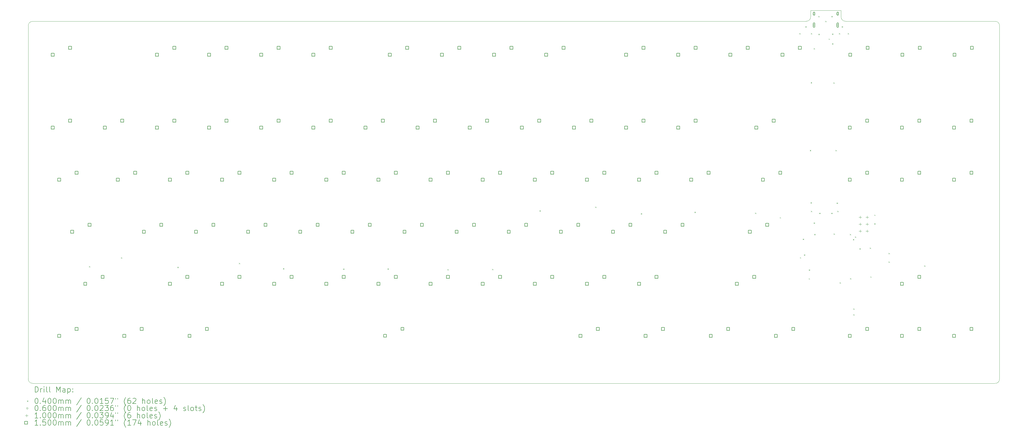
<source format=gbr>
%TF.GenerationSoftware,KiCad,Pcbnew,(6.0.10)*%
%TF.CreationDate,2023-01-05T13:22:43-05:00*%
%TF.ProjectId,2ndKeyboard,326e644b-6579-4626-9f61-72642e6b6963,rev?*%
%TF.SameCoordinates,Original*%
%TF.FileFunction,Drillmap*%
%TF.FilePolarity,Positive*%
%FSLAX45Y45*%
G04 Gerber Fmt 4.5, Leading zero omitted, Abs format (unit mm)*
G04 Created by KiCad (PCBNEW (6.0.10)) date 2023-01-05 13:22:43*
%MOMM*%
%LPD*%
G01*
G04 APERTURE LIST*
%ADD10C,0.100000*%
%ADD11C,0.200000*%
%ADD12C,0.040000*%
%ADD13C,0.060000*%
%ADD14C,0.150000*%
G04 APERTURE END LIST*
D10*
X4441251Y-2178000D02*
X32718375Y-2174875D01*
X4282501Y-2336750D02*
X4282500Y-15265747D01*
X32718375Y-2174875D02*
G75*
G03*
X32877125Y-2016125I-5J158755D01*
G01*
X32877125Y-2016125D02*
X32877125Y-1778000D01*
X4441251Y-2178001D02*
G75*
G03*
X4282501Y-2336750I9J-158759D01*
G01*
X32877125Y-1778000D02*
X33988375Y-1778000D01*
X39604000Y-15428000D02*
G75*
G03*
X39779000Y-15253000I14930J160070D01*
G01*
X4282503Y-15265747D02*
G75*
G03*
X4441250Y-15424497I158757J7D01*
G01*
X33988375Y-1778000D02*
X33988375Y-2016125D01*
X39779000Y-2333625D02*
X39779000Y-15253000D01*
X4441250Y-15424497D02*
X39604000Y-15428000D01*
X39778995Y-2333625D02*
G75*
G03*
X39620250Y-2174875I-158745J5D01*
G01*
X34147125Y-2174875D02*
X39620250Y-2174875D01*
X33988375Y-2016125D02*
G75*
G03*
X34147125Y-2174875I158745J-5D01*
G01*
D11*
D12*
X6504625Y-11132625D02*
X6544625Y-11172625D01*
X6544625Y-11132625D02*
X6504625Y-11172625D01*
X7674250Y-10814250D02*
X7714250Y-10854250D01*
X7714250Y-10814250D02*
X7674250Y-10854250D01*
X9734125Y-11162875D02*
X9774125Y-11202875D01*
X9774125Y-11162875D02*
X9734125Y-11202875D01*
X11981500Y-11017500D02*
X12021500Y-11057500D01*
X12021500Y-11017500D02*
X11981500Y-11057500D01*
X13593625Y-11212375D02*
X13633625Y-11252375D01*
X13633625Y-11212375D02*
X13593625Y-11252375D01*
X15791500Y-11223500D02*
X15831500Y-11263500D01*
X15831500Y-11223500D02*
X15791500Y-11263500D01*
X17412625Y-11221375D02*
X17452625Y-11261375D01*
X17452625Y-11221375D02*
X17412625Y-11261375D01*
X19601500Y-11247500D02*
X19641500Y-11287500D01*
X19641500Y-11247500D02*
X19601500Y-11287500D01*
X21236625Y-11235375D02*
X21276625Y-11275375D01*
X21276625Y-11235375D02*
X21236625Y-11275375D01*
X22967125Y-9092125D02*
X23007125Y-9132125D01*
X23007125Y-9092125D02*
X22967125Y-9132125D01*
X25002625Y-8961625D02*
X25042625Y-9001625D01*
X25042625Y-8961625D02*
X25002625Y-9001625D01*
X26668625Y-9200625D02*
X26708625Y-9240625D01*
X26708625Y-9200625D02*
X26668625Y-9240625D01*
X28631125Y-9143125D02*
X28671125Y-9183125D01*
X28671125Y-9143125D02*
X28631125Y-9183125D01*
X30846687Y-9177313D02*
X30886687Y-9217313D01*
X30886687Y-9177313D02*
X30846687Y-9217313D01*
X31745875Y-9343875D02*
X31785875Y-9383875D01*
X31785875Y-9343875D02*
X31745875Y-9383875D01*
X32459000Y-2608000D02*
X32499000Y-2648000D01*
X32499000Y-2608000D02*
X32459000Y-2648000D01*
X32484000Y-10808000D02*
X32524000Y-10848000D01*
X32524000Y-10808000D02*
X32484000Y-10848000D01*
X32586347Y-10130653D02*
X32626347Y-10170653D01*
X32626347Y-10130653D02*
X32586347Y-10170653D01*
X32634000Y-10708000D02*
X32674000Y-10748000D01*
X32674000Y-10708000D02*
X32634000Y-10748000D01*
X32684000Y-2358000D02*
X32724000Y-2398000D01*
X32724000Y-2358000D02*
X32684000Y-2398000D01*
X32804950Y-11578950D02*
X32844950Y-11618950D01*
X32844950Y-11578950D02*
X32804950Y-11618950D01*
X32809000Y-11258000D02*
X32849000Y-11298000D01*
X32849000Y-11258000D02*
X32809000Y-11298000D01*
X32847000Y-6882000D02*
X32887000Y-6922000D01*
X32887000Y-6882000D02*
X32847000Y-6922000D01*
X32872000Y-8795000D02*
X32912000Y-8835000D01*
X32912000Y-8795000D02*
X32872000Y-8835000D01*
X32880000Y-4406000D02*
X32920000Y-4446000D01*
X32920000Y-4406000D02*
X32880000Y-4446000D01*
X32884000Y-2608000D02*
X32924000Y-2648000D01*
X32924000Y-2608000D02*
X32884000Y-2648000D01*
X32884000Y-9108000D02*
X32924000Y-9148000D01*
X32924000Y-9108000D02*
X32884000Y-9148000D01*
X32984000Y-3158000D02*
X33024000Y-3198000D01*
X33024000Y-3158000D02*
X32984000Y-3198000D01*
X32989861Y-9538862D02*
X33029861Y-9578862D01*
X33029861Y-9538862D02*
X32989861Y-9578862D01*
X33009000Y-9958000D02*
X33049000Y-9998000D01*
X33049000Y-9958000D02*
X33009000Y-9998000D01*
X33159000Y-1983000D02*
X33199000Y-2023000D01*
X33199000Y-1983000D02*
X33159000Y-2023000D01*
X33160880Y-2634880D02*
X33200880Y-2674880D01*
X33200880Y-2634880D02*
X33160880Y-2674880D01*
X33188000Y-9183000D02*
X33228000Y-9223000D01*
X33228000Y-9183000D02*
X33188000Y-9223000D01*
X33409000Y-2158000D02*
X33449000Y-2198000D01*
X33449000Y-2158000D02*
X33409000Y-2198000D01*
X33534000Y-2808000D02*
X33574000Y-2848000D01*
X33574000Y-2808000D02*
X33534000Y-2848000D01*
X33633050Y-9183000D02*
X33673050Y-9223000D01*
X33673050Y-9183000D02*
X33633050Y-9223000D01*
X33634000Y-1983000D02*
X33674000Y-2023000D01*
X33674000Y-1983000D02*
X33634000Y-2023000D01*
X33659000Y-2983000D02*
X33699000Y-3023000D01*
X33699000Y-2983000D02*
X33659000Y-3023000D01*
X33660200Y-2624000D02*
X33700200Y-2664000D01*
X33700200Y-2624000D02*
X33660200Y-2664000D01*
X33709000Y-4414000D02*
X33749000Y-4454000D01*
X33749000Y-4414000D02*
X33709000Y-4454000D01*
X33717417Y-9941417D02*
X33757417Y-9981417D01*
X33757417Y-9941417D02*
X33717417Y-9981417D01*
X33784000Y-6883000D02*
X33824000Y-6923000D01*
X33824000Y-6883000D02*
X33784000Y-6923000D01*
X33823000Y-8810000D02*
X33863000Y-8850000D01*
X33863000Y-8810000D02*
X33823000Y-8850000D01*
X33851000Y-9111000D02*
X33891000Y-9151000D01*
X33891000Y-9111000D02*
X33851000Y-9151000D01*
X33909000Y-2608000D02*
X33949000Y-2648000D01*
X33949000Y-2608000D02*
X33909000Y-2648000D01*
X33934000Y-11729000D02*
X33974000Y-11769000D01*
X33974000Y-11729000D02*
X33934000Y-11769000D01*
X34009000Y-2358000D02*
X34049000Y-2398000D01*
X34049000Y-2358000D02*
X34009000Y-2398000D01*
X34234000Y-2608000D02*
X34274000Y-2648000D01*
X34274000Y-2608000D02*
X34234000Y-2648000D01*
X34309000Y-9958000D02*
X34349000Y-9998000D01*
X34349000Y-9958000D02*
X34309000Y-9998000D01*
X34316550Y-11575450D02*
X34356550Y-11615450D01*
X34356550Y-11575450D02*
X34316550Y-11615450D01*
X34421505Y-10142955D02*
X34461505Y-10182955D01*
X34461505Y-10142955D02*
X34421505Y-10182955D01*
X34434000Y-12683000D02*
X34474000Y-12723000D01*
X34474000Y-12683000D02*
X34434000Y-12723000D01*
X34434000Y-12896000D02*
X34474000Y-12936000D01*
X34474000Y-12896000D02*
X34434000Y-12936000D01*
X34493955Y-10051515D02*
X34533955Y-10091515D01*
X34533955Y-10051515D02*
X34493955Y-10091515D01*
X34659000Y-10483000D02*
X34699000Y-10523000D01*
X34699000Y-10483000D02*
X34659000Y-10523000D01*
X35034000Y-10458000D02*
X35074000Y-10498000D01*
X35074000Y-10458000D02*
X35034000Y-10498000D01*
X35057000Y-11512000D02*
X35097000Y-11552000D01*
X35097000Y-11512000D02*
X35057000Y-11552000D01*
X35202000Y-9250550D02*
X35242000Y-9290550D01*
X35242000Y-9250550D02*
X35202000Y-9290550D01*
X35202000Y-9571000D02*
X35242000Y-9611000D01*
X35242000Y-9571000D02*
X35202000Y-9611000D01*
X35722000Y-10649000D02*
X35762000Y-10689000D01*
X35762000Y-10649000D02*
X35722000Y-10689000D01*
X35722000Y-10967000D02*
X35762000Y-11007000D01*
X35762000Y-10967000D02*
X35722000Y-11007000D01*
X37025000Y-11112000D02*
X37065000Y-11152000D01*
X37065000Y-11112000D02*
X37025000Y-11152000D01*
D13*
X33030750Y-1897000D02*
G75*
G03*
X33030750Y-1897000I-30000J0D01*
G01*
D11*
X32970750Y-1867000D02*
X32970750Y-1927000D01*
X33030750Y-1867000D02*
X33030750Y-1927000D01*
X32970750Y-1927000D02*
G75*
G03*
X33030750Y-1927000I30000J0D01*
G01*
X33030750Y-1867000D02*
G75*
G03*
X32970750Y-1867000I-30000J0D01*
G01*
D13*
X33030750Y-2315000D02*
G75*
G03*
X33030750Y-2315000I-30000J0D01*
G01*
D11*
X32970750Y-2260000D02*
X32970750Y-2370000D01*
X33030750Y-2260000D02*
X33030750Y-2370000D01*
X32970750Y-2370000D02*
G75*
G03*
X33030750Y-2370000I30000J0D01*
G01*
X33030750Y-2260000D02*
G75*
G03*
X32970750Y-2260000I-30000J0D01*
G01*
D13*
X33894750Y-1897000D02*
G75*
G03*
X33894750Y-1897000I-30000J0D01*
G01*
D11*
X33834750Y-1867000D02*
X33834750Y-1927000D01*
X33894750Y-1867000D02*
X33894750Y-1927000D01*
X33834750Y-1927000D02*
G75*
G03*
X33894750Y-1927000I30000J0D01*
G01*
X33894750Y-1867000D02*
G75*
G03*
X33834750Y-1867000I-30000J0D01*
G01*
D13*
X33894750Y-2315000D02*
G75*
G03*
X33894750Y-2315000I-30000J0D01*
G01*
D11*
X33834750Y-2260000D02*
X33834750Y-2370000D01*
X33894750Y-2260000D02*
X33894750Y-2370000D01*
X33834750Y-2370000D02*
G75*
G03*
X33894750Y-2370000I30000J0D01*
G01*
X33894750Y-2260000D02*
G75*
G03*
X33834750Y-2260000I-30000J0D01*
G01*
D10*
X34689000Y-9293000D02*
X34689000Y-9393000D01*
X34639000Y-9343000D02*
X34739000Y-9343000D01*
X34689000Y-9547000D02*
X34689000Y-9647000D01*
X34639000Y-9597000D02*
X34739000Y-9597000D01*
X34689000Y-9801000D02*
X34689000Y-9901000D01*
X34639000Y-9851000D02*
X34739000Y-9851000D01*
X34943000Y-9293000D02*
X34943000Y-9393000D01*
X34893000Y-9343000D02*
X34993000Y-9343000D01*
X34943000Y-9547000D02*
X34943000Y-9647000D01*
X34893000Y-9597000D02*
X34993000Y-9597000D01*
X34943000Y-9801000D02*
X34943000Y-9901000D01*
X34893000Y-9851000D02*
X34993000Y-9851000D01*
D14*
X5228284Y-3450283D02*
X5228284Y-3344216D01*
X5122217Y-3344216D01*
X5122217Y-3450283D01*
X5228284Y-3450283D01*
X5228284Y-6117283D02*
X5228284Y-6011216D01*
X5122217Y-6011216D01*
X5122217Y-6117283D01*
X5228284Y-6117283D01*
X5466409Y-8022283D02*
X5466409Y-7916216D01*
X5360342Y-7916216D01*
X5360342Y-8022283D01*
X5466409Y-8022283D01*
X5466409Y-13737283D02*
X5466409Y-13631216D01*
X5360342Y-13631216D01*
X5360342Y-13737283D01*
X5466409Y-13737283D01*
X5863283Y-3196283D02*
X5863283Y-3090216D01*
X5757216Y-3090216D01*
X5757216Y-3196283D01*
X5863283Y-3196283D01*
X5863283Y-5863283D02*
X5863283Y-5757216D01*
X5757216Y-5757216D01*
X5757216Y-5863283D01*
X5863283Y-5863283D01*
X5942658Y-9927284D02*
X5942658Y-9821217D01*
X5836591Y-9821217D01*
X5836591Y-9927284D01*
X5942658Y-9927284D01*
X6101408Y-7768283D02*
X6101408Y-7662216D01*
X5995341Y-7662216D01*
X5995341Y-7768283D01*
X6101408Y-7768283D01*
X6101408Y-13483283D02*
X6101408Y-13377216D01*
X5995341Y-13377216D01*
X5995341Y-13483283D01*
X6101408Y-13483283D01*
X6419283Y-11834283D02*
X6419283Y-11728216D01*
X6313216Y-11728216D01*
X6313216Y-11834283D01*
X6419283Y-11834283D01*
X6577658Y-9673284D02*
X6577658Y-9567217D01*
X6471591Y-9567217D01*
X6471591Y-9673284D01*
X6577658Y-9673284D01*
X7054283Y-11580283D02*
X7054283Y-11474216D01*
X6948216Y-11474216D01*
X6948216Y-11580283D01*
X7054283Y-11580283D01*
X7133283Y-6117283D02*
X7133283Y-6011216D01*
X7027216Y-6011216D01*
X7027216Y-6117283D01*
X7133283Y-6117283D01*
X7609533Y-8022283D02*
X7609533Y-7916216D01*
X7503466Y-7916216D01*
X7503466Y-8022283D01*
X7609533Y-8022283D01*
X7768283Y-5863283D02*
X7768283Y-5757216D01*
X7662216Y-5757216D01*
X7662216Y-5863283D01*
X7768283Y-5863283D01*
X7847658Y-13737283D02*
X7847658Y-13631216D01*
X7741591Y-13631216D01*
X7741591Y-13737283D01*
X7847658Y-13737283D01*
X8244533Y-7768283D02*
X8244533Y-7662216D01*
X8138466Y-7662216D01*
X8138466Y-7768283D01*
X8244533Y-7768283D01*
X8482659Y-13483283D02*
X8482659Y-13377216D01*
X8376591Y-13377216D01*
X8376591Y-13483283D01*
X8482659Y-13483283D01*
X8562034Y-9927284D02*
X8562034Y-9821217D01*
X8455967Y-9821217D01*
X8455967Y-9927284D01*
X8562034Y-9927284D01*
X9038284Y-3450283D02*
X9038284Y-3344216D01*
X8932217Y-3344216D01*
X8932217Y-3450283D01*
X9038284Y-3450283D01*
X9038284Y-6117283D02*
X9038284Y-6011216D01*
X8932217Y-6011216D01*
X8932217Y-6117283D01*
X9038284Y-6117283D01*
X9197034Y-9673284D02*
X9197034Y-9567217D01*
X9090967Y-9567217D01*
X9090967Y-9673284D01*
X9197034Y-9673284D01*
X9514534Y-8022283D02*
X9514534Y-7916216D01*
X9408467Y-7916216D01*
X9408467Y-8022283D01*
X9514534Y-8022283D01*
X9514534Y-11832283D02*
X9514534Y-11726216D01*
X9408467Y-11726216D01*
X9408467Y-11832283D01*
X9514534Y-11832283D01*
X9673284Y-3196283D02*
X9673284Y-3090216D01*
X9567217Y-3090216D01*
X9567217Y-3196283D01*
X9673284Y-3196283D01*
X9673284Y-5863283D02*
X9673284Y-5757216D01*
X9567217Y-5757216D01*
X9567217Y-5863283D01*
X9673284Y-5863283D01*
X10149534Y-7768283D02*
X10149534Y-7662216D01*
X10043467Y-7662216D01*
X10043467Y-7768283D01*
X10149534Y-7768283D01*
X10149534Y-11578283D02*
X10149534Y-11472216D01*
X10043467Y-11472216D01*
X10043467Y-11578283D01*
X10149534Y-11578283D01*
X10228909Y-13737283D02*
X10228909Y-13631216D01*
X10122842Y-13631216D01*
X10122842Y-13737283D01*
X10228909Y-13737283D01*
X10467034Y-9927284D02*
X10467034Y-9821217D01*
X10360967Y-9821217D01*
X10360967Y-9927284D01*
X10467034Y-9927284D01*
X10863909Y-13483283D02*
X10863909Y-13377216D01*
X10757842Y-13377216D01*
X10757842Y-13483283D01*
X10863909Y-13483283D01*
X10943284Y-3450283D02*
X10943284Y-3344216D01*
X10837217Y-3344216D01*
X10837217Y-3450283D01*
X10943284Y-3450283D01*
X10943284Y-6117283D02*
X10943284Y-6011216D01*
X10837217Y-6011216D01*
X10837217Y-6117283D01*
X10943284Y-6117283D01*
X11102034Y-9673284D02*
X11102034Y-9567217D01*
X10995967Y-9567217D01*
X10995967Y-9673284D01*
X11102034Y-9673284D01*
X11419533Y-8022283D02*
X11419533Y-7916216D01*
X11313466Y-7916216D01*
X11313466Y-8022283D01*
X11419533Y-8022283D01*
X11419533Y-11832283D02*
X11419533Y-11726216D01*
X11313466Y-11726216D01*
X11313466Y-11832283D01*
X11419533Y-11832283D01*
X11578283Y-3196283D02*
X11578283Y-3090216D01*
X11472216Y-3090216D01*
X11472216Y-3196283D01*
X11578283Y-3196283D01*
X11578283Y-5863283D02*
X11578283Y-5757216D01*
X11472216Y-5757216D01*
X11472216Y-5863283D01*
X11578283Y-5863283D01*
X12054533Y-7768283D02*
X12054533Y-7662216D01*
X11948466Y-7662216D01*
X11948466Y-7768283D01*
X12054533Y-7768283D01*
X12054533Y-11578283D02*
X12054533Y-11472216D01*
X11948466Y-11472216D01*
X11948466Y-11578283D01*
X12054533Y-11578283D01*
X12372033Y-9927284D02*
X12372033Y-9821217D01*
X12265966Y-9821217D01*
X12265966Y-9927284D01*
X12372033Y-9927284D01*
X12848283Y-3450283D02*
X12848283Y-3344216D01*
X12742216Y-3344216D01*
X12742216Y-3450283D01*
X12848283Y-3450283D01*
X12848283Y-6117283D02*
X12848283Y-6011216D01*
X12742216Y-6011216D01*
X12742216Y-6117283D01*
X12848283Y-6117283D01*
X13007033Y-9673284D02*
X13007033Y-9567217D01*
X12900966Y-9567217D01*
X12900966Y-9673284D01*
X13007033Y-9673284D01*
X13324533Y-8022283D02*
X13324533Y-7916216D01*
X13218466Y-7916216D01*
X13218466Y-8022283D01*
X13324533Y-8022283D01*
X13324533Y-11832283D02*
X13324533Y-11726216D01*
X13218466Y-11726216D01*
X13218466Y-11832283D01*
X13324533Y-11832283D01*
X13483283Y-3196283D02*
X13483283Y-3090216D01*
X13377216Y-3090216D01*
X13377216Y-3196283D01*
X13483283Y-3196283D01*
X13483283Y-5863283D02*
X13483283Y-5757216D01*
X13377216Y-5757216D01*
X13377216Y-5863283D01*
X13483283Y-5863283D01*
X13959533Y-7768283D02*
X13959533Y-7662216D01*
X13853466Y-7662216D01*
X13853466Y-7768283D01*
X13959533Y-7768283D01*
X13959533Y-11578283D02*
X13959533Y-11472216D01*
X13853466Y-11472216D01*
X13853466Y-11578283D01*
X13959533Y-11578283D01*
X14277033Y-9927284D02*
X14277033Y-9821217D01*
X14170966Y-9821217D01*
X14170966Y-9927284D01*
X14277033Y-9927284D01*
X14753283Y-3450283D02*
X14753283Y-3344216D01*
X14647216Y-3344216D01*
X14647216Y-3450283D01*
X14753283Y-3450283D01*
X14753283Y-6117283D02*
X14753283Y-6011216D01*
X14647216Y-6011216D01*
X14647216Y-6117283D01*
X14753283Y-6117283D01*
X14912033Y-9673284D02*
X14912033Y-9567217D01*
X14805966Y-9567217D01*
X14805966Y-9673284D01*
X14912033Y-9673284D01*
X15229533Y-8022283D02*
X15229533Y-7916216D01*
X15123466Y-7916216D01*
X15123466Y-8022283D01*
X15229533Y-8022283D01*
X15229533Y-11832283D02*
X15229533Y-11726216D01*
X15123466Y-11726216D01*
X15123466Y-11832283D01*
X15229533Y-11832283D01*
X15388283Y-3196283D02*
X15388283Y-3090216D01*
X15282216Y-3090216D01*
X15282216Y-3196283D01*
X15388283Y-3196283D01*
X15388283Y-5863283D02*
X15388283Y-5757216D01*
X15282216Y-5757216D01*
X15282216Y-5863283D01*
X15388283Y-5863283D01*
X15864533Y-7768283D02*
X15864533Y-7662216D01*
X15758466Y-7662216D01*
X15758466Y-7768283D01*
X15864533Y-7768283D01*
X15864533Y-11578283D02*
X15864533Y-11472216D01*
X15758466Y-11472216D01*
X15758466Y-11578283D01*
X15864533Y-11578283D01*
X16182033Y-9927284D02*
X16182033Y-9821217D01*
X16075966Y-9821217D01*
X16075966Y-9927284D01*
X16182033Y-9927284D01*
X16658283Y-6117283D02*
X16658283Y-6011216D01*
X16552216Y-6011216D01*
X16552216Y-6117283D01*
X16658283Y-6117283D01*
X16817034Y-9673284D02*
X16817034Y-9567217D01*
X16710966Y-9567217D01*
X16710966Y-9673284D01*
X16817034Y-9673284D01*
X17134534Y-8022283D02*
X17134534Y-7916216D01*
X17028467Y-7916216D01*
X17028467Y-8022283D01*
X17134534Y-8022283D01*
X17134534Y-11832283D02*
X17134534Y-11726216D01*
X17028467Y-11726216D01*
X17028467Y-11832283D01*
X17134534Y-11832283D01*
X17293284Y-5863283D02*
X17293284Y-5757216D01*
X17187217Y-5757216D01*
X17187217Y-5863283D01*
X17293284Y-5863283D01*
X17374564Y-13735763D02*
X17374564Y-13629696D01*
X17268497Y-13629696D01*
X17268497Y-13735763D01*
X17374564Y-13735763D01*
X17547284Y-3450283D02*
X17547284Y-3344216D01*
X17441217Y-3344216D01*
X17441217Y-3450283D01*
X17547284Y-3450283D01*
X17769534Y-7768283D02*
X17769534Y-7662216D01*
X17663467Y-7662216D01*
X17663467Y-7768283D01*
X17769534Y-7768283D01*
X17769534Y-11578283D02*
X17769534Y-11472216D01*
X17663467Y-11472216D01*
X17663467Y-11578283D01*
X17769534Y-11578283D01*
X18009564Y-13481763D02*
X18009564Y-13375696D01*
X17903497Y-13375696D01*
X17903497Y-13481763D01*
X18009564Y-13481763D01*
X18087034Y-9927284D02*
X18087034Y-9821217D01*
X17980967Y-9821217D01*
X17980967Y-9927284D01*
X18087034Y-9927284D01*
X18182284Y-3196283D02*
X18182284Y-3090216D01*
X18076217Y-3090216D01*
X18076217Y-3196283D01*
X18182284Y-3196283D01*
X18563284Y-6117283D02*
X18563284Y-6011216D01*
X18457217Y-6011216D01*
X18457217Y-6117283D01*
X18563284Y-6117283D01*
X18722034Y-9673284D02*
X18722034Y-9567217D01*
X18615967Y-9567217D01*
X18615967Y-9673284D01*
X18722034Y-9673284D01*
X19039534Y-8022283D02*
X19039534Y-7916216D01*
X18933467Y-7916216D01*
X18933467Y-8022283D01*
X19039534Y-8022283D01*
X19039534Y-11832283D02*
X19039534Y-11726216D01*
X18933467Y-11726216D01*
X18933467Y-11832283D01*
X19039534Y-11832283D01*
X19198284Y-5863283D02*
X19198284Y-5757216D01*
X19092217Y-5757216D01*
X19092217Y-5863283D01*
X19198284Y-5863283D01*
X19452284Y-3450283D02*
X19452284Y-3344216D01*
X19346217Y-3344216D01*
X19346217Y-3450283D01*
X19452284Y-3450283D01*
X19674534Y-7768283D02*
X19674534Y-7662216D01*
X19568467Y-7662216D01*
X19568467Y-7768283D01*
X19674534Y-7768283D01*
X19674534Y-11578283D02*
X19674534Y-11472216D01*
X19568467Y-11472216D01*
X19568467Y-11578283D01*
X19674534Y-11578283D01*
X19992034Y-9927284D02*
X19992034Y-9821217D01*
X19885967Y-9821217D01*
X19885967Y-9927284D01*
X19992034Y-9927284D01*
X20087284Y-3196283D02*
X20087284Y-3090216D01*
X19981217Y-3090216D01*
X19981217Y-3196283D01*
X20087284Y-3196283D01*
X20468284Y-6117283D02*
X20468284Y-6011216D01*
X20362217Y-6011216D01*
X20362217Y-6117283D01*
X20468284Y-6117283D01*
X20627034Y-9673284D02*
X20627034Y-9567217D01*
X20520967Y-9567217D01*
X20520967Y-9673284D01*
X20627034Y-9673284D01*
X20944534Y-8022283D02*
X20944534Y-7916216D01*
X20838467Y-7916216D01*
X20838467Y-8022283D01*
X20944534Y-8022283D01*
X20944534Y-11832283D02*
X20944534Y-11726216D01*
X20838467Y-11726216D01*
X20838467Y-11832283D01*
X20944534Y-11832283D01*
X21103284Y-5863283D02*
X21103284Y-5757216D01*
X20997217Y-5757216D01*
X20997217Y-5863283D01*
X21103284Y-5863283D01*
X21357284Y-3450283D02*
X21357284Y-3344216D01*
X21251217Y-3344216D01*
X21251217Y-3450283D01*
X21357284Y-3450283D01*
X21579534Y-7768283D02*
X21579534Y-7662216D01*
X21473467Y-7662216D01*
X21473467Y-7768283D01*
X21579534Y-7768283D01*
X21579534Y-11578283D02*
X21579534Y-11472216D01*
X21473467Y-11472216D01*
X21473467Y-11578283D01*
X21579534Y-11578283D01*
X21897034Y-9927284D02*
X21897034Y-9821217D01*
X21790967Y-9821217D01*
X21790967Y-9927284D01*
X21897034Y-9927284D01*
X21992284Y-3196283D02*
X21992284Y-3090216D01*
X21886217Y-3090216D01*
X21886217Y-3196283D01*
X21992284Y-3196283D01*
X22373283Y-6117283D02*
X22373283Y-6011216D01*
X22267217Y-6011216D01*
X22267217Y-6117283D01*
X22373283Y-6117283D01*
X22532033Y-9673284D02*
X22532033Y-9567217D01*
X22425966Y-9567217D01*
X22425966Y-9673284D01*
X22532033Y-9673284D01*
X22849533Y-8022283D02*
X22849533Y-7916216D01*
X22743466Y-7916216D01*
X22743466Y-8022283D01*
X22849533Y-8022283D01*
X22849533Y-11832283D02*
X22849533Y-11726216D01*
X22743466Y-11726216D01*
X22743466Y-11832283D01*
X22849533Y-11832283D01*
X23008283Y-5863283D02*
X23008283Y-5757216D01*
X22902216Y-5757216D01*
X22902216Y-5863283D01*
X23008283Y-5863283D01*
X23262283Y-3450283D02*
X23262283Y-3344216D01*
X23156216Y-3344216D01*
X23156216Y-3450283D01*
X23262283Y-3450283D01*
X23484533Y-7768283D02*
X23484533Y-7662216D01*
X23378466Y-7662216D01*
X23378466Y-7768283D01*
X23484533Y-7768283D01*
X23484533Y-11578283D02*
X23484533Y-11472216D01*
X23378466Y-11472216D01*
X23378466Y-11578283D01*
X23484533Y-11578283D01*
X23802033Y-9927284D02*
X23802033Y-9821217D01*
X23695966Y-9821217D01*
X23695966Y-9927284D01*
X23802033Y-9927284D01*
X23897283Y-3196283D02*
X23897283Y-3090216D01*
X23791216Y-3090216D01*
X23791216Y-3196283D01*
X23897283Y-3196283D01*
X24278283Y-6117283D02*
X24278283Y-6011216D01*
X24172216Y-6011216D01*
X24172216Y-6117283D01*
X24278283Y-6117283D01*
X24437033Y-9673284D02*
X24437033Y-9567217D01*
X24330966Y-9567217D01*
X24330966Y-9673284D01*
X24437033Y-9673284D01*
X24516408Y-13737283D02*
X24516408Y-13631216D01*
X24410341Y-13631216D01*
X24410341Y-13737283D01*
X24516408Y-13737283D01*
X24754533Y-8022283D02*
X24754533Y-7916216D01*
X24648466Y-7916216D01*
X24648466Y-8022283D01*
X24754533Y-8022283D01*
X24754533Y-11832283D02*
X24754533Y-11726216D01*
X24648466Y-11726216D01*
X24648466Y-11832283D01*
X24754533Y-11832283D01*
X24913283Y-5863283D02*
X24913283Y-5757216D01*
X24807216Y-5757216D01*
X24807216Y-5863283D01*
X24913283Y-5863283D01*
X25151408Y-13483283D02*
X25151408Y-13377216D01*
X25045341Y-13377216D01*
X25045341Y-13483283D01*
X25151408Y-13483283D01*
X25389533Y-7768283D02*
X25389533Y-7662216D01*
X25283466Y-7662216D01*
X25283466Y-7768283D01*
X25389533Y-7768283D01*
X25389533Y-11578283D02*
X25389533Y-11472216D01*
X25283466Y-11472216D01*
X25283466Y-11578283D01*
X25389533Y-11578283D01*
X25707033Y-9927284D02*
X25707033Y-9821217D01*
X25600966Y-9821217D01*
X25600966Y-9927284D01*
X25707033Y-9927284D01*
X26183283Y-3450283D02*
X26183283Y-3344216D01*
X26077216Y-3344216D01*
X26077216Y-3450283D01*
X26183283Y-3450283D01*
X26183283Y-6117283D02*
X26183283Y-6011216D01*
X26077216Y-6011216D01*
X26077216Y-6117283D01*
X26183283Y-6117283D01*
X26342033Y-9673284D02*
X26342033Y-9567217D01*
X26235966Y-9567217D01*
X26235966Y-9673284D01*
X26342033Y-9673284D01*
X26659533Y-8022283D02*
X26659533Y-7916216D01*
X26553466Y-7916216D01*
X26553466Y-8022283D01*
X26659533Y-8022283D01*
X26659533Y-11832283D02*
X26659533Y-11726216D01*
X26553466Y-11726216D01*
X26553466Y-11832283D01*
X26659533Y-11832283D01*
X26818283Y-3196283D02*
X26818283Y-3090216D01*
X26712216Y-3090216D01*
X26712216Y-3196283D01*
X26818283Y-3196283D01*
X26818283Y-5863283D02*
X26818283Y-5757216D01*
X26712216Y-5757216D01*
X26712216Y-5863283D01*
X26818283Y-5863283D01*
X26897283Y-13738283D02*
X26897283Y-13632216D01*
X26791216Y-13632216D01*
X26791216Y-13738283D01*
X26897283Y-13738283D01*
X27294533Y-7768283D02*
X27294533Y-7662216D01*
X27188466Y-7662216D01*
X27188466Y-7768283D01*
X27294533Y-7768283D01*
X27294533Y-11578283D02*
X27294533Y-11472216D01*
X27188466Y-11472216D01*
X27188466Y-11578283D01*
X27294533Y-11578283D01*
X27532283Y-13484283D02*
X27532283Y-13378216D01*
X27426216Y-13378216D01*
X27426216Y-13484283D01*
X27532283Y-13484283D01*
X27612033Y-9927284D02*
X27612033Y-9821217D01*
X27505966Y-9821217D01*
X27505966Y-9927284D01*
X27612033Y-9927284D01*
X28088283Y-3450283D02*
X28088283Y-3344216D01*
X27982216Y-3344216D01*
X27982216Y-3450283D01*
X28088283Y-3450283D01*
X28088283Y-6117283D02*
X28088283Y-6011216D01*
X27982216Y-6011216D01*
X27982216Y-6117283D01*
X28088283Y-6117283D01*
X28247033Y-9673284D02*
X28247033Y-9567217D01*
X28140966Y-9567217D01*
X28140966Y-9673284D01*
X28247033Y-9673284D01*
X28564533Y-8022283D02*
X28564533Y-7916216D01*
X28458466Y-7916216D01*
X28458466Y-8022283D01*
X28564533Y-8022283D01*
X28723283Y-3196283D02*
X28723283Y-3090216D01*
X28617216Y-3090216D01*
X28617216Y-3196283D01*
X28723283Y-3196283D01*
X28723283Y-5863283D02*
X28723283Y-5757216D01*
X28617216Y-5757216D01*
X28617216Y-5863283D01*
X28723283Y-5863283D01*
X29199533Y-7768283D02*
X29199533Y-7662216D01*
X29093466Y-7662216D01*
X29093466Y-7768283D01*
X29199533Y-7768283D01*
X29278908Y-13737283D02*
X29278908Y-13631216D01*
X29172841Y-13631216D01*
X29172841Y-13737283D01*
X29278908Y-13737283D01*
X29913908Y-13483283D02*
X29913908Y-13377216D01*
X29807841Y-13377216D01*
X29807841Y-13483283D01*
X29913908Y-13483283D01*
X29993283Y-3450283D02*
X29993283Y-3344216D01*
X29887216Y-3344216D01*
X29887216Y-3450283D01*
X29993283Y-3450283D01*
X30231408Y-11832283D02*
X30231408Y-11726216D01*
X30125341Y-11726216D01*
X30125341Y-11832283D01*
X30231408Y-11832283D01*
X30628283Y-3196283D02*
X30628283Y-3090216D01*
X30522216Y-3090216D01*
X30522216Y-3196283D01*
X30628283Y-3196283D01*
X30707658Y-9927284D02*
X30707658Y-9821217D01*
X30601591Y-9821217D01*
X30601591Y-9927284D01*
X30707658Y-9927284D01*
X30866408Y-11578283D02*
X30866408Y-11472216D01*
X30760341Y-11472216D01*
X30760341Y-11578283D01*
X30866408Y-11578283D01*
X30943243Y-6118303D02*
X30943243Y-6012236D01*
X30837176Y-6012236D01*
X30837176Y-6118303D01*
X30943243Y-6118303D01*
X31183908Y-8022283D02*
X31183908Y-7916216D01*
X31077841Y-7916216D01*
X31077841Y-8022283D01*
X31183908Y-8022283D01*
X31342658Y-9673284D02*
X31342658Y-9567217D01*
X31236591Y-9567217D01*
X31236591Y-9673284D01*
X31342658Y-9673284D01*
X31578243Y-5864303D02*
X31578243Y-5758236D01*
X31472176Y-5758236D01*
X31472176Y-5864303D01*
X31578243Y-5864303D01*
X31660158Y-13737283D02*
X31660158Y-13631216D01*
X31554091Y-13631216D01*
X31554091Y-13737283D01*
X31660158Y-13737283D01*
X31818908Y-7768283D02*
X31818908Y-7662216D01*
X31712841Y-7662216D01*
X31712841Y-7768283D01*
X31818908Y-7768283D01*
X31898283Y-3450283D02*
X31898283Y-3344216D01*
X31792216Y-3344216D01*
X31792216Y-3450283D01*
X31898283Y-3450283D01*
X32295158Y-13483283D02*
X32295158Y-13377216D01*
X32189091Y-13377216D01*
X32189091Y-13483283D01*
X32295158Y-13483283D01*
X32533283Y-3196283D02*
X32533283Y-3090216D01*
X32427216Y-3090216D01*
X32427216Y-3196283D01*
X32533283Y-3196283D01*
X34358909Y-6117283D02*
X34358909Y-6011216D01*
X34252842Y-6011216D01*
X34252842Y-6117283D01*
X34358909Y-6117283D01*
X34358909Y-8022283D02*
X34358909Y-7916216D01*
X34252842Y-7916216D01*
X34252842Y-8022283D01*
X34358909Y-8022283D01*
X34358909Y-13737283D02*
X34358909Y-13631216D01*
X34252842Y-13631216D01*
X34252842Y-13737283D01*
X34358909Y-13737283D01*
X34374784Y-3450283D02*
X34374784Y-3344216D01*
X34268717Y-3344216D01*
X34268717Y-3450283D01*
X34374784Y-3450283D01*
X34993909Y-5863283D02*
X34993909Y-5757216D01*
X34887842Y-5757216D01*
X34887842Y-5863283D01*
X34993909Y-5863283D01*
X34993909Y-7768283D02*
X34993909Y-7662216D01*
X34887842Y-7662216D01*
X34887842Y-7768283D01*
X34993909Y-7768283D01*
X34993909Y-13483283D02*
X34993909Y-13377216D01*
X34887842Y-13377216D01*
X34887842Y-13483283D01*
X34993909Y-13483283D01*
X35009784Y-3196283D02*
X35009784Y-3090216D01*
X34903717Y-3090216D01*
X34903717Y-3196283D01*
X35009784Y-3196283D01*
X36263909Y-6117283D02*
X36263909Y-6011216D01*
X36157842Y-6011216D01*
X36157842Y-6117283D01*
X36263909Y-6117283D01*
X36263909Y-8022283D02*
X36263909Y-7916216D01*
X36157842Y-7916216D01*
X36157842Y-8022283D01*
X36263909Y-8022283D01*
X36263909Y-11832283D02*
X36263909Y-11726216D01*
X36157842Y-11726216D01*
X36157842Y-11832283D01*
X36263909Y-11832283D01*
X36263909Y-13737283D02*
X36263909Y-13631216D01*
X36157842Y-13631216D01*
X36157842Y-13737283D01*
X36263909Y-13737283D01*
X36279784Y-3450283D02*
X36279784Y-3344216D01*
X36173717Y-3344216D01*
X36173717Y-3450283D01*
X36279784Y-3450283D01*
X36898909Y-5863283D02*
X36898909Y-5757216D01*
X36792842Y-5757216D01*
X36792842Y-5863283D01*
X36898909Y-5863283D01*
X36898909Y-7768283D02*
X36898909Y-7662216D01*
X36792842Y-7662216D01*
X36792842Y-7768283D01*
X36898909Y-7768283D01*
X36898909Y-11578283D02*
X36898909Y-11472216D01*
X36792842Y-11472216D01*
X36792842Y-11578283D01*
X36898909Y-11578283D01*
X36898909Y-13483283D02*
X36898909Y-13377216D01*
X36792842Y-13377216D01*
X36792842Y-13483283D01*
X36898909Y-13483283D01*
X36914784Y-3196283D02*
X36914784Y-3090216D01*
X36808717Y-3090216D01*
X36808717Y-3196283D01*
X36914784Y-3196283D01*
X38168909Y-6117283D02*
X38168909Y-6011216D01*
X38062842Y-6011216D01*
X38062842Y-6117283D01*
X38168909Y-6117283D01*
X38168909Y-8022283D02*
X38168909Y-7916216D01*
X38062842Y-7916216D01*
X38062842Y-8022283D01*
X38168909Y-8022283D01*
X38168909Y-13737283D02*
X38168909Y-13631216D01*
X38062842Y-13631216D01*
X38062842Y-13737283D01*
X38168909Y-13737283D01*
X38184784Y-3450283D02*
X38184784Y-3344216D01*
X38078717Y-3344216D01*
X38078717Y-3450283D01*
X38184784Y-3450283D01*
X38803909Y-5863283D02*
X38803909Y-5757216D01*
X38697842Y-5757216D01*
X38697842Y-5863283D01*
X38803909Y-5863283D01*
X38803909Y-7768283D02*
X38803909Y-7662216D01*
X38697842Y-7662216D01*
X38697842Y-7768283D01*
X38803909Y-7768283D01*
X38803909Y-13483283D02*
X38803909Y-13377216D01*
X38697842Y-13377216D01*
X38697842Y-13483283D01*
X38803909Y-13483283D01*
X38819784Y-3196283D02*
X38819784Y-3090216D01*
X38713717Y-3090216D01*
X38713717Y-3196283D01*
X38819784Y-3196283D01*
D11*
X4535119Y-15744171D02*
X4535119Y-15544171D01*
X4582738Y-15544171D01*
X4611310Y-15553695D01*
X4630357Y-15572742D01*
X4639881Y-15591790D01*
X4649405Y-15629885D01*
X4649405Y-15658457D01*
X4639881Y-15696552D01*
X4630357Y-15715599D01*
X4611310Y-15734647D01*
X4582738Y-15744171D01*
X4535119Y-15744171D01*
X4735119Y-15744171D02*
X4735119Y-15610838D01*
X4735119Y-15648933D02*
X4744643Y-15629885D01*
X4754167Y-15620361D01*
X4773214Y-15610838D01*
X4792262Y-15610838D01*
X4858929Y-15744171D02*
X4858929Y-15610838D01*
X4858929Y-15544171D02*
X4849405Y-15553695D01*
X4858929Y-15563219D01*
X4868452Y-15553695D01*
X4858929Y-15544171D01*
X4858929Y-15563219D01*
X4982738Y-15744171D02*
X4963690Y-15734647D01*
X4954167Y-15715599D01*
X4954167Y-15544171D01*
X5087500Y-15744171D02*
X5068452Y-15734647D01*
X5058929Y-15715599D01*
X5058929Y-15544171D01*
X5316071Y-15744171D02*
X5316071Y-15544171D01*
X5382738Y-15687028D01*
X5449405Y-15544171D01*
X5449405Y-15744171D01*
X5630357Y-15744171D02*
X5630357Y-15639409D01*
X5620833Y-15620361D01*
X5601786Y-15610838D01*
X5563690Y-15610838D01*
X5544643Y-15620361D01*
X5630357Y-15734647D02*
X5611309Y-15744171D01*
X5563690Y-15744171D01*
X5544643Y-15734647D01*
X5535119Y-15715599D01*
X5535119Y-15696552D01*
X5544643Y-15677504D01*
X5563690Y-15667980D01*
X5611309Y-15667980D01*
X5630357Y-15658457D01*
X5725595Y-15610838D02*
X5725595Y-15810838D01*
X5725595Y-15620361D02*
X5744643Y-15610838D01*
X5782738Y-15610838D01*
X5801786Y-15620361D01*
X5811309Y-15629885D01*
X5820833Y-15648933D01*
X5820833Y-15706076D01*
X5811309Y-15725123D01*
X5801786Y-15734647D01*
X5782738Y-15744171D01*
X5744643Y-15744171D01*
X5725595Y-15734647D01*
X5906548Y-15725123D02*
X5916071Y-15734647D01*
X5906548Y-15744171D01*
X5897024Y-15734647D01*
X5906548Y-15725123D01*
X5906548Y-15744171D01*
X5906548Y-15620361D02*
X5916071Y-15629885D01*
X5906548Y-15639409D01*
X5897024Y-15629885D01*
X5906548Y-15620361D01*
X5906548Y-15639409D01*
D12*
X4237500Y-16053695D02*
X4277500Y-16093695D01*
X4277500Y-16053695D02*
X4237500Y-16093695D01*
D11*
X4573214Y-15964171D02*
X4592262Y-15964171D01*
X4611310Y-15973695D01*
X4620833Y-15983219D01*
X4630357Y-16002266D01*
X4639881Y-16040361D01*
X4639881Y-16087980D01*
X4630357Y-16126076D01*
X4620833Y-16145123D01*
X4611310Y-16154647D01*
X4592262Y-16164171D01*
X4573214Y-16164171D01*
X4554167Y-16154647D01*
X4544643Y-16145123D01*
X4535119Y-16126076D01*
X4525595Y-16087980D01*
X4525595Y-16040361D01*
X4535119Y-16002266D01*
X4544643Y-15983219D01*
X4554167Y-15973695D01*
X4573214Y-15964171D01*
X4725595Y-16145123D02*
X4735119Y-16154647D01*
X4725595Y-16164171D01*
X4716071Y-16154647D01*
X4725595Y-16145123D01*
X4725595Y-16164171D01*
X4906548Y-16030838D02*
X4906548Y-16164171D01*
X4858929Y-15954647D02*
X4811310Y-16097504D01*
X4935119Y-16097504D01*
X5049405Y-15964171D02*
X5068452Y-15964171D01*
X5087500Y-15973695D01*
X5097024Y-15983219D01*
X5106548Y-16002266D01*
X5116071Y-16040361D01*
X5116071Y-16087980D01*
X5106548Y-16126076D01*
X5097024Y-16145123D01*
X5087500Y-16154647D01*
X5068452Y-16164171D01*
X5049405Y-16164171D01*
X5030357Y-16154647D01*
X5020833Y-16145123D01*
X5011310Y-16126076D01*
X5001786Y-16087980D01*
X5001786Y-16040361D01*
X5011310Y-16002266D01*
X5020833Y-15983219D01*
X5030357Y-15973695D01*
X5049405Y-15964171D01*
X5239881Y-15964171D02*
X5258929Y-15964171D01*
X5277976Y-15973695D01*
X5287500Y-15983219D01*
X5297024Y-16002266D01*
X5306548Y-16040361D01*
X5306548Y-16087980D01*
X5297024Y-16126076D01*
X5287500Y-16145123D01*
X5277976Y-16154647D01*
X5258929Y-16164171D01*
X5239881Y-16164171D01*
X5220833Y-16154647D01*
X5211310Y-16145123D01*
X5201786Y-16126076D01*
X5192262Y-16087980D01*
X5192262Y-16040361D01*
X5201786Y-16002266D01*
X5211310Y-15983219D01*
X5220833Y-15973695D01*
X5239881Y-15964171D01*
X5392262Y-16164171D02*
X5392262Y-16030838D01*
X5392262Y-16049885D02*
X5401786Y-16040361D01*
X5420833Y-16030838D01*
X5449405Y-16030838D01*
X5468452Y-16040361D01*
X5477976Y-16059409D01*
X5477976Y-16164171D01*
X5477976Y-16059409D02*
X5487500Y-16040361D01*
X5506548Y-16030838D01*
X5535119Y-16030838D01*
X5554167Y-16040361D01*
X5563690Y-16059409D01*
X5563690Y-16164171D01*
X5658928Y-16164171D02*
X5658928Y-16030838D01*
X5658928Y-16049885D02*
X5668452Y-16040361D01*
X5687500Y-16030838D01*
X5716071Y-16030838D01*
X5735119Y-16040361D01*
X5744643Y-16059409D01*
X5744643Y-16164171D01*
X5744643Y-16059409D02*
X5754167Y-16040361D01*
X5773214Y-16030838D01*
X5801786Y-16030838D01*
X5820833Y-16040361D01*
X5830357Y-16059409D01*
X5830357Y-16164171D01*
X6220833Y-15954647D02*
X6049405Y-16211790D01*
X6477976Y-15964171D02*
X6497024Y-15964171D01*
X6516071Y-15973695D01*
X6525595Y-15983219D01*
X6535119Y-16002266D01*
X6544643Y-16040361D01*
X6544643Y-16087980D01*
X6535119Y-16126076D01*
X6525595Y-16145123D01*
X6516071Y-16154647D01*
X6497024Y-16164171D01*
X6477976Y-16164171D01*
X6458928Y-16154647D01*
X6449405Y-16145123D01*
X6439881Y-16126076D01*
X6430357Y-16087980D01*
X6430357Y-16040361D01*
X6439881Y-16002266D01*
X6449405Y-15983219D01*
X6458928Y-15973695D01*
X6477976Y-15964171D01*
X6630357Y-16145123D02*
X6639881Y-16154647D01*
X6630357Y-16164171D01*
X6620833Y-16154647D01*
X6630357Y-16145123D01*
X6630357Y-16164171D01*
X6763690Y-15964171D02*
X6782738Y-15964171D01*
X6801786Y-15973695D01*
X6811309Y-15983219D01*
X6820833Y-16002266D01*
X6830357Y-16040361D01*
X6830357Y-16087980D01*
X6820833Y-16126076D01*
X6811309Y-16145123D01*
X6801786Y-16154647D01*
X6782738Y-16164171D01*
X6763690Y-16164171D01*
X6744643Y-16154647D01*
X6735119Y-16145123D01*
X6725595Y-16126076D01*
X6716071Y-16087980D01*
X6716071Y-16040361D01*
X6725595Y-16002266D01*
X6735119Y-15983219D01*
X6744643Y-15973695D01*
X6763690Y-15964171D01*
X7020833Y-16164171D02*
X6906548Y-16164171D01*
X6963690Y-16164171D02*
X6963690Y-15964171D01*
X6944643Y-15992742D01*
X6925595Y-16011790D01*
X6906548Y-16021314D01*
X7201786Y-15964171D02*
X7106548Y-15964171D01*
X7097024Y-16059409D01*
X7106548Y-16049885D01*
X7125595Y-16040361D01*
X7173214Y-16040361D01*
X7192262Y-16049885D01*
X7201786Y-16059409D01*
X7211309Y-16078457D01*
X7211309Y-16126076D01*
X7201786Y-16145123D01*
X7192262Y-16154647D01*
X7173214Y-16164171D01*
X7125595Y-16164171D01*
X7106548Y-16154647D01*
X7097024Y-16145123D01*
X7277976Y-15964171D02*
X7411309Y-15964171D01*
X7325595Y-16164171D01*
X7477976Y-15964171D02*
X7477976Y-16002266D01*
X7554167Y-15964171D02*
X7554167Y-16002266D01*
X7849405Y-16240361D02*
X7839881Y-16230838D01*
X7820833Y-16202266D01*
X7811309Y-16183219D01*
X7801786Y-16154647D01*
X7792262Y-16107028D01*
X7792262Y-16068933D01*
X7801786Y-16021314D01*
X7811309Y-15992742D01*
X7820833Y-15973695D01*
X7839881Y-15945123D01*
X7849405Y-15935599D01*
X8011309Y-15964171D02*
X7973214Y-15964171D01*
X7954167Y-15973695D01*
X7944643Y-15983219D01*
X7925595Y-16011790D01*
X7916071Y-16049885D01*
X7916071Y-16126076D01*
X7925595Y-16145123D01*
X7935119Y-16154647D01*
X7954167Y-16164171D01*
X7992262Y-16164171D01*
X8011309Y-16154647D01*
X8020833Y-16145123D01*
X8030357Y-16126076D01*
X8030357Y-16078457D01*
X8020833Y-16059409D01*
X8011309Y-16049885D01*
X7992262Y-16040361D01*
X7954167Y-16040361D01*
X7935119Y-16049885D01*
X7925595Y-16059409D01*
X7916071Y-16078457D01*
X8106548Y-15983219D02*
X8116071Y-15973695D01*
X8135119Y-15964171D01*
X8182738Y-15964171D01*
X8201786Y-15973695D01*
X8211309Y-15983219D01*
X8220833Y-16002266D01*
X8220833Y-16021314D01*
X8211309Y-16049885D01*
X8097024Y-16164171D01*
X8220833Y-16164171D01*
X8458929Y-16164171D02*
X8458929Y-15964171D01*
X8544643Y-16164171D02*
X8544643Y-16059409D01*
X8535119Y-16040361D01*
X8516071Y-16030838D01*
X8487500Y-16030838D01*
X8468452Y-16040361D01*
X8458929Y-16049885D01*
X8668452Y-16164171D02*
X8649405Y-16154647D01*
X8639881Y-16145123D01*
X8630357Y-16126076D01*
X8630357Y-16068933D01*
X8639881Y-16049885D01*
X8649405Y-16040361D01*
X8668452Y-16030838D01*
X8697024Y-16030838D01*
X8716071Y-16040361D01*
X8725595Y-16049885D01*
X8735119Y-16068933D01*
X8735119Y-16126076D01*
X8725595Y-16145123D01*
X8716071Y-16154647D01*
X8697024Y-16164171D01*
X8668452Y-16164171D01*
X8849405Y-16164171D02*
X8830357Y-16154647D01*
X8820833Y-16135599D01*
X8820833Y-15964171D01*
X9001786Y-16154647D02*
X8982738Y-16164171D01*
X8944643Y-16164171D01*
X8925595Y-16154647D01*
X8916071Y-16135599D01*
X8916071Y-16059409D01*
X8925595Y-16040361D01*
X8944643Y-16030838D01*
X8982738Y-16030838D01*
X9001786Y-16040361D01*
X9011310Y-16059409D01*
X9011310Y-16078457D01*
X8916071Y-16097504D01*
X9087500Y-16154647D02*
X9106548Y-16164171D01*
X9144643Y-16164171D01*
X9163690Y-16154647D01*
X9173214Y-16135599D01*
X9173214Y-16126076D01*
X9163690Y-16107028D01*
X9144643Y-16097504D01*
X9116071Y-16097504D01*
X9097024Y-16087980D01*
X9087500Y-16068933D01*
X9087500Y-16059409D01*
X9097024Y-16040361D01*
X9116071Y-16030838D01*
X9144643Y-16030838D01*
X9163690Y-16040361D01*
X9239881Y-16240361D02*
X9249405Y-16230838D01*
X9268452Y-16202266D01*
X9277976Y-16183219D01*
X9287500Y-16154647D01*
X9297024Y-16107028D01*
X9297024Y-16068933D01*
X9287500Y-16021314D01*
X9277976Y-15992742D01*
X9268452Y-15973695D01*
X9249405Y-15945123D01*
X9239881Y-15935599D01*
D13*
X4277500Y-16337695D02*
G75*
G03*
X4277500Y-16337695I-30000J0D01*
G01*
D11*
X4573214Y-16228171D02*
X4592262Y-16228171D01*
X4611310Y-16237695D01*
X4620833Y-16247219D01*
X4630357Y-16266266D01*
X4639881Y-16304361D01*
X4639881Y-16351980D01*
X4630357Y-16390076D01*
X4620833Y-16409123D01*
X4611310Y-16418647D01*
X4592262Y-16428171D01*
X4573214Y-16428171D01*
X4554167Y-16418647D01*
X4544643Y-16409123D01*
X4535119Y-16390076D01*
X4525595Y-16351980D01*
X4525595Y-16304361D01*
X4535119Y-16266266D01*
X4544643Y-16247219D01*
X4554167Y-16237695D01*
X4573214Y-16228171D01*
X4725595Y-16409123D02*
X4735119Y-16418647D01*
X4725595Y-16428171D01*
X4716071Y-16418647D01*
X4725595Y-16409123D01*
X4725595Y-16428171D01*
X4906548Y-16228171D02*
X4868452Y-16228171D01*
X4849405Y-16237695D01*
X4839881Y-16247219D01*
X4820833Y-16275790D01*
X4811310Y-16313885D01*
X4811310Y-16390076D01*
X4820833Y-16409123D01*
X4830357Y-16418647D01*
X4849405Y-16428171D01*
X4887500Y-16428171D01*
X4906548Y-16418647D01*
X4916071Y-16409123D01*
X4925595Y-16390076D01*
X4925595Y-16342457D01*
X4916071Y-16323409D01*
X4906548Y-16313885D01*
X4887500Y-16304361D01*
X4849405Y-16304361D01*
X4830357Y-16313885D01*
X4820833Y-16323409D01*
X4811310Y-16342457D01*
X5049405Y-16228171D02*
X5068452Y-16228171D01*
X5087500Y-16237695D01*
X5097024Y-16247219D01*
X5106548Y-16266266D01*
X5116071Y-16304361D01*
X5116071Y-16351980D01*
X5106548Y-16390076D01*
X5097024Y-16409123D01*
X5087500Y-16418647D01*
X5068452Y-16428171D01*
X5049405Y-16428171D01*
X5030357Y-16418647D01*
X5020833Y-16409123D01*
X5011310Y-16390076D01*
X5001786Y-16351980D01*
X5001786Y-16304361D01*
X5011310Y-16266266D01*
X5020833Y-16247219D01*
X5030357Y-16237695D01*
X5049405Y-16228171D01*
X5239881Y-16228171D02*
X5258929Y-16228171D01*
X5277976Y-16237695D01*
X5287500Y-16247219D01*
X5297024Y-16266266D01*
X5306548Y-16304361D01*
X5306548Y-16351980D01*
X5297024Y-16390076D01*
X5287500Y-16409123D01*
X5277976Y-16418647D01*
X5258929Y-16428171D01*
X5239881Y-16428171D01*
X5220833Y-16418647D01*
X5211310Y-16409123D01*
X5201786Y-16390076D01*
X5192262Y-16351980D01*
X5192262Y-16304361D01*
X5201786Y-16266266D01*
X5211310Y-16247219D01*
X5220833Y-16237695D01*
X5239881Y-16228171D01*
X5392262Y-16428171D02*
X5392262Y-16294838D01*
X5392262Y-16313885D02*
X5401786Y-16304361D01*
X5420833Y-16294838D01*
X5449405Y-16294838D01*
X5468452Y-16304361D01*
X5477976Y-16323409D01*
X5477976Y-16428171D01*
X5477976Y-16323409D02*
X5487500Y-16304361D01*
X5506548Y-16294838D01*
X5535119Y-16294838D01*
X5554167Y-16304361D01*
X5563690Y-16323409D01*
X5563690Y-16428171D01*
X5658928Y-16428171D02*
X5658928Y-16294838D01*
X5658928Y-16313885D02*
X5668452Y-16304361D01*
X5687500Y-16294838D01*
X5716071Y-16294838D01*
X5735119Y-16304361D01*
X5744643Y-16323409D01*
X5744643Y-16428171D01*
X5744643Y-16323409D02*
X5754167Y-16304361D01*
X5773214Y-16294838D01*
X5801786Y-16294838D01*
X5820833Y-16304361D01*
X5830357Y-16323409D01*
X5830357Y-16428171D01*
X6220833Y-16218647D02*
X6049405Y-16475790D01*
X6477976Y-16228171D02*
X6497024Y-16228171D01*
X6516071Y-16237695D01*
X6525595Y-16247219D01*
X6535119Y-16266266D01*
X6544643Y-16304361D01*
X6544643Y-16351980D01*
X6535119Y-16390076D01*
X6525595Y-16409123D01*
X6516071Y-16418647D01*
X6497024Y-16428171D01*
X6477976Y-16428171D01*
X6458928Y-16418647D01*
X6449405Y-16409123D01*
X6439881Y-16390076D01*
X6430357Y-16351980D01*
X6430357Y-16304361D01*
X6439881Y-16266266D01*
X6449405Y-16247219D01*
X6458928Y-16237695D01*
X6477976Y-16228171D01*
X6630357Y-16409123D02*
X6639881Y-16418647D01*
X6630357Y-16428171D01*
X6620833Y-16418647D01*
X6630357Y-16409123D01*
X6630357Y-16428171D01*
X6763690Y-16228171D02*
X6782738Y-16228171D01*
X6801786Y-16237695D01*
X6811309Y-16247219D01*
X6820833Y-16266266D01*
X6830357Y-16304361D01*
X6830357Y-16351980D01*
X6820833Y-16390076D01*
X6811309Y-16409123D01*
X6801786Y-16418647D01*
X6782738Y-16428171D01*
X6763690Y-16428171D01*
X6744643Y-16418647D01*
X6735119Y-16409123D01*
X6725595Y-16390076D01*
X6716071Y-16351980D01*
X6716071Y-16304361D01*
X6725595Y-16266266D01*
X6735119Y-16247219D01*
X6744643Y-16237695D01*
X6763690Y-16228171D01*
X6906548Y-16247219D02*
X6916071Y-16237695D01*
X6935119Y-16228171D01*
X6982738Y-16228171D01*
X7001786Y-16237695D01*
X7011309Y-16247219D01*
X7020833Y-16266266D01*
X7020833Y-16285314D01*
X7011309Y-16313885D01*
X6897024Y-16428171D01*
X7020833Y-16428171D01*
X7087500Y-16228171D02*
X7211309Y-16228171D01*
X7144643Y-16304361D01*
X7173214Y-16304361D01*
X7192262Y-16313885D01*
X7201786Y-16323409D01*
X7211309Y-16342457D01*
X7211309Y-16390076D01*
X7201786Y-16409123D01*
X7192262Y-16418647D01*
X7173214Y-16428171D01*
X7116071Y-16428171D01*
X7097024Y-16418647D01*
X7087500Y-16409123D01*
X7382738Y-16228171D02*
X7344643Y-16228171D01*
X7325595Y-16237695D01*
X7316071Y-16247219D01*
X7297024Y-16275790D01*
X7287500Y-16313885D01*
X7287500Y-16390076D01*
X7297024Y-16409123D01*
X7306548Y-16418647D01*
X7325595Y-16428171D01*
X7363690Y-16428171D01*
X7382738Y-16418647D01*
X7392262Y-16409123D01*
X7401786Y-16390076D01*
X7401786Y-16342457D01*
X7392262Y-16323409D01*
X7382738Y-16313885D01*
X7363690Y-16304361D01*
X7325595Y-16304361D01*
X7306548Y-16313885D01*
X7297024Y-16323409D01*
X7287500Y-16342457D01*
X7477976Y-16228171D02*
X7477976Y-16266266D01*
X7554167Y-16228171D02*
X7554167Y-16266266D01*
X7849405Y-16504361D02*
X7839881Y-16494838D01*
X7820833Y-16466266D01*
X7811309Y-16447219D01*
X7801786Y-16418647D01*
X7792262Y-16371028D01*
X7792262Y-16332933D01*
X7801786Y-16285314D01*
X7811309Y-16256742D01*
X7820833Y-16237695D01*
X7839881Y-16209123D01*
X7849405Y-16199599D01*
X7963690Y-16228171D02*
X7982738Y-16228171D01*
X8001786Y-16237695D01*
X8011309Y-16247219D01*
X8020833Y-16266266D01*
X8030357Y-16304361D01*
X8030357Y-16351980D01*
X8020833Y-16390076D01*
X8011309Y-16409123D01*
X8001786Y-16418647D01*
X7982738Y-16428171D01*
X7963690Y-16428171D01*
X7944643Y-16418647D01*
X7935119Y-16409123D01*
X7925595Y-16390076D01*
X7916071Y-16351980D01*
X7916071Y-16304361D01*
X7925595Y-16266266D01*
X7935119Y-16247219D01*
X7944643Y-16237695D01*
X7963690Y-16228171D01*
X8268452Y-16428171D02*
X8268452Y-16228171D01*
X8354167Y-16428171D02*
X8354167Y-16323409D01*
X8344643Y-16304361D01*
X8325595Y-16294838D01*
X8297024Y-16294838D01*
X8277976Y-16304361D01*
X8268452Y-16313885D01*
X8477976Y-16428171D02*
X8458929Y-16418647D01*
X8449405Y-16409123D01*
X8439881Y-16390076D01*
X8439881Y-16332933D01*
X8449405Y-16313885D01*
X8458929Y-16304361D01*
X8477976Y-16294838D01*
X8506548Y-16294838D01*
X8525595Y-16304361D01*
X8535119Y-16313885D01*
X8544643Y-16332933D01*
X8544643Y-16390076D01*
X8535119Y-16409123D01*
X8525595Y-16418647D01*
X8506548Y-16428171D01*
X8477976Y-16428171D01*
X8658929Y-16428171D02*
X8639881Y-16418647D01*
X8630357Y-16399599D01*
X8630357Y-16228171D01*
X8811310Y-16418647D02*
X8792262Y-16428171D01*
X8754167Y-16428171D01*
X8735119Y-16418647D01*
X8725595Y-16399599D01*
X8725595Y-16323409D01*
X8735119Y-16304361D01*
X8754167Y-16294838D01*
X8792262Y-16294838D01*
X8811310Y-16304361D01*
X8820833Y-16323409D01*
X8820833Y-16342457D01*
X8725595Y-16361504D01*
X8897024Y-16418647D02*
X8916071Y-16428171D01*
X8954167Y-16428171D01*
X8973214Y-16418647D01*
X8982738Y-16399599D01*
X8982738Y-16390076D01*
X8973214Y-16371028D01*
X8954167Y-16361504D01*
X8925595Y-16361504D01*
X8906548Y-16351980D01*
X8897024Y-16332933D01*
X8897024Y-16323409D01*
X8906548Y-16304361D01*
X8925595Y-16294838D01*
X8954167Y-16294838D01*
X8973214Y-16304361D01*
X9220833Y-16351980D02*
X9373214Y-16351980D01*
X9297024Y-16428171D02*
X9297024Y-16275790D01*
X9706548Y-16294838D02*
X9706548Y-16428171D01*
X9658929Y-16218647D02*
X9611310Y-16361504D01*
X9735119Y-16361504D01*
X9954167Y-16418647D02*
X9973214Y-16428171D01*
X10011310Y-16428171D01*
X10030357Y-16418647D01*
X10039881Y-16399599D01*
X10039881Y-16390076D01*
X10030357Y-16371028D01*
X10011310Y-16361504D01*
X9982738Y-16361504D01*
X9963690Y-16351980D01*
X9954167Y-16332933D01*
X9954167Y-16323409D01*
X9963690Y-16304361D01*
X9982738Y-16294838D01*
X10011310Y-16294838D01*
X10030357Y-16304361D01*
X10154167Y-16428171D02*
X10135119Y-16418647D01*
X10125595Y-16399599D01*
X10125595Y-16228171D01*
X10258929Y-16428171D02*
X10239881Y-16418647D01*
X10230357Y-16409123D01*
X10220833Y-16390076D01*
X10220833Y-16332933D01*
X10230357Y-16313885D01*
X10239881Y-16304361D01*
X10258929Y-16294838D01*
X10287500Y-16294838D01*
X10306548Y-16304361D01*
X10316071Y-16313885D01*
X10325595Y-16332933D01*
X10325595Y-16390076D01*
X10316071Y-16409123D01*
X10306548Y-16418647D01*
X10287500Y-16428171D01*
X10258929Y-16428171D01*
X10382738Y-16294838D02*
X10458929Y-16294838D01*
X10411310Y-16228171D02*
X10411310Y-16399599D01*
X10420833Y-16418647D01*
X10439881Y-16428171D01*
X10458929Y-16428171D01*
X10516071Y-16418647D02*
X10535119Y-16428171D01*
X10573214Y-16428171D01*
X10592262Y-16418647D01*
X10601786Y-16399599D01*
X10601786Y-16390076D01*
X10592262Y-16371028D01*
X10573214Y-16361504D01*
X10544643Y-16361504D01*
X10525595Y-16351980D01*
X10516071Y-16332933D01*
X10516071Y-16323409D01*
X10525595Y-16304361D01*
X10544643Y-16294838D01*
X10573214Y-16294838D01*
X10592262Y-16304361D01*
X10668452Y-16504361D02*
X10677976Y-16494838D01*
X10697024Y-16466266D01*
X10706548Y-16447219D01*
X10716071Y-16418647D01*
X10725595Y-16371028D01*
X10725595Y-16332933D01*
X10716071Y-16285314D01*
X10706548Y-16256742D01*
X10697024Y-16237695D01*
X10677976Y-16209123D01*
X10668452Y-16199599D01*
D10*
X4227500Y-16551695D02*
X4227500Y-16651695D01*
X4177500Y-16601695D02*
X4277500Y-16601695D01*
D11*
X4639881Y-16692171D02*
X4525595Y-16692171D01*
X4582738Y-16692171D02*
X4582738Y-16492171D01*
X4563690Y-16520742D01*
X4544643Y-16539790D01*
X4525595Y-16549314D01*
X4725595Y-16673123D02*
X4735119Y-16682647D01*
X4725595Y-16692171D01*
X4716071Y-16682647D01*
X4725595Y-16673123D01*
X4725595Y-16692171D01*
X4858929Y-16492171D02*
X4877976Y-16492171D01*
X4897024Y-16501695D01*
X4906548Y-16511219D01*
X4916071Y-16530266D01*
X4925595Y-16568361D01*
X4925595Y-16615980D01*
X4916071Y-16654076D01*
X4906548Y-16673123D01*
X4897024Y-16682647D01*
X4877976Y-16692171D01*
X4858929Y-16692171D01*
X4839881Y-16682647D01*
X4830357Y-16673123D01*
X4820833Y-16654076D01*
X4811310Y-16615980D01*
X4811310Y-16568361D01*
X4820833Y-16530266D01*
X4830357Y-16511219D01*
X4839881Y-16501695D01*
X4858929Y-16492171D01*
X5049405Y-16492171D02*
X5068452Y-16492171D01*
X5087500Y-16501695D01*
X5097024Y-16511219D01*
X5106548Y-16530266D01*
X5116071Y-16568361D01*
X5116071Y-16615980D01*
X5106548Y-16654076D01*
X5097024Y-16673123D01*
X5087500Y-16682647D01*
X5068452Y-16692171D01*
X5049405Y-16692171D01*
X5030357Y-16682647D01*
X5020833Y-16673123D01*
X5011310Y-16654076D01*
X5001786Y-16615980D01*
X5001786Y-16568361D01*
X5011310Y-16530266D01*
X5020833Y-16511219D01*
X5030357Y-16501695D01*
X5049405Y-16492171D01*
X5239881Y-16492171D02*
X5258929Y-16492171D01*
X5277976Y-16501695D01*
X5287500Y-16511219D01*
X5297024Y-16530266D01*
X5306548Y-16568361D01*
X5306548Y-16615980D01*
X5297024Y-16654076D01*
X5287500Y-16673123D01*
X5277976Y-16682647D01*
X5258929Y-16692171D01*
X5239881Y-16692171D01*
X5220833Y-16682647D01*
X5211310Y-16673123D01*
X5201786Y-16654076D01*
X5192262Y-16615980D01*
X5192262Y-16568361D01*
X5201786Y-16530266D01*
X5211310Y-16511219D01*
X5220833Y-16501695D01*
X5239881Y-16492171D01*
X5392262Y-16692171D02*
X5392262Y-16558838D01*
X5392262Y-16577885D02*
X5401786Y-16568361D01*
X5420833Y-16558838D01*
X5449405Y-16558838D01*
X5468452Y-16568361D01*
X5477976Y-16587409D01*
X5477976Y-16692171D01*
X5477976Y-16587409D02*
X5487500Y-16568361D01*
X5506548Y-16558838D01*
X5535119Y-16558838D01*
X5554167Y-16568361D01*
X5563690Y-16587409D01*
X5563690Y-16692171D01*
X5658928Y-16692171D02*
X5658928Y-16558838D01*
X5658928Y-16577885D02*
X5668452Y-16568361D01*
X5687500Y-16558838D01*
X5716071Y-16558838D01*
X5735119Y-16568361D01*
X5744643Y-16587409D01*
X5744643Y-16692171D01*
X5744643Y-16587409D02*
X5754167Y-16568361D01*
X5773214Y-16558838D01*
X5801786Y-16558838D01*
X5820833Y-16568361D01*
X5830357Y-16587409D01*
X5830357Y-16692171D01*
X6220833Y-16482647D02*
X6049405Y-16739790D01*
X6477976Y-16492171D02*
X6497024Y-16492171D01*
X6516071Y-16501695D01*
X6525595Y-16511219D01*
X6535119Y-16530266D01*
X6544643Y-16568361D01*
X6544643Y-16615980D01*
X6535119Y-16654076D01*
X6525595Y-16673123D01*
X6516071Y-16682647D01*
X6497024Y-16692171D01*
X6477976Y-16692171D01*
X6458928Y-16682647D01*
X6449405Y-16673123D01*
X6439881Y-16654076D01*
X6430357Y-16615980D01*
X6430357Y-16568361D01*
X6439881Y-16530266D01*
X6449405Y-16511219D01*
X6458928Y-16501695D01*
X6477976Y-16492171D01*
X6630357Y-16673123D02*
X6639881Y-16682647D01*
X6630357Y-16692171D01*
X6620833Y-16682647D01*
X6630357Y-16673123D01*
X6630357Y-16692171D01*
X6763690Y-16492171D02*
X6782738Y-16492171D01*
X6801786Y-16501695D01*
X6811309Y-16511219D01*
X6820833Y-16530266D01*
X6830357Y-16568361D01*
X6830357Y-16615980D01*
X6820833Y-16654076D01*
X6811309Y-16673123D01*
X6801786Y-16682647D01*
X6782738Y-16692171D01*
X6763690Y-16692171D01*
X6744643Y-16682647D01*
X6735119Y-16673123D01*
X6725595Y-16654076D01*
X6716071Y-16615980D01*
X6716071Y-16568361D01*
X6725595Y-16530266D01*
X6735119Y-16511219D01*
X6744643Y-16501695D01*
X6763690Y-16492171D01*
X6897024Y-16492171D02*
X7020833Y-16492171D01*
X6954167Y-16568361D01*
X6982738Y-16568361D01*
X7001786Y-16577885D01*
X7011309Y-16587409D01*
X7020833Y-16606457D01*
X7020833Y-16654076D01*
X7011309Y-16673123D01*
X7001786Y-16682647D01*
X6982738Y-16692171D01*
X6925595Y-16692171D01*
X6906548Y-16682647D01*
X6897024Y-16673123D01*
X7116071Y-16692171D02*
X7154167Y-16692171D01*
X7173214Y-16682647D01*
X7182738Y-16673123D01*
X7201786Y-16644552D01*
X7211309Y-16606457D01*
X7211309Y-16530266D01*
X7201786Y-16511219D01*
X7192262Y-16501695D01*
X7173214Y-16492171D01*
X7135119Y-16492171D01*
X7116071Y-16501695D01*
X7106548Y-16511219D01*
X7097024Y-16530266D01*
X7097024Y-16577885D01*
X7106548Y-16596933D01*
X7116071Y-16606457D01*
X7135119Y-16615980D01*
X7173214Y-16615980D01*
X7192262Y-16606457D01*
X7201786Y-16596933D01*
X7211309Y-16577885D01*
X7382738Y-16558838D02*
X7382738Y-16692171D01*
X7335119Y-16482647D02*
X7287500Y-16625504D01*
X7411309Y-16625504D01*
X7477976Y-16492171D02*
X7477976Y-16530266D01*
X7554167Y-16492171D02*
X7554167Y-16530266D01*
X7849405Y-16768361D02*
X7839881Y-16758838D01*
X7820833Y-16730266D01*
X7811309Y-16711219D01*
X7801786Y-16682647D01*
X7792262Y-16635028D01*
X7792262Y-16596933D01*
X7801786Y-16549314D01*
X7811309Y-16520742D01*
X7820833Y-16501695D01*
X7839881Y-16473123D01*
X7849405Y-16463599D01*
X8011309Y-16492171D02*
X7973214Y-16492171D01*
X7954167Y-16501695D01*
X7944643Y-16511219D01*
X7925595Y-16539790D01*
X7916071Y-16577885D01*
X7916071Y-16654076D01*
X7925595Y-16673123D01*
X7935119Y-16682647D01*
X7954167Y-16692171D01*
X7992262Y-16692171D01*
X8011309Y-16682647D01*
X8020833Y-16673123D01*
X8030357Y-16654076D01*
X8030357Y-16606457D01*
X8020833Y-16587409D01*
X8011309Y-16577885D01*
X7992262Y-16568361D01*
X7954167Y-16568361D01*
X7935119Y-16577885D01*
X7925595Y-16587409D01*
X7916071Y-16606457D01*
X8268452Y-16692171D02*
X8268452Y-16492171D01*
X8354167Y-16692171D02*
X8354167Y-16587409D01*
X8344643Y-16568361D01*
X8325595Y-16558838D01*
X8297024Y-16558838D01*
X8277976Y-16568361D01*
X8268452Y-16577885D01*
X8477976Y-16692171D02*
X8458929Y-16682647D01*
X8449405Y-16673123D01*
X8439881Y-16654076D01*
X8439881Y-16596933D01*
X8449405Y-16577885D01*
X8458929Y-16568361D01*
X8477976Y-16558838D01*
X8506548Y-16558838D01*
X8525595Y-16568361D01*
X8535119Y-16577885D01*
X8544643Y-16596933D01*
X8544643Y-16654076D01*
X8535119Y-16673123D01*
X8525595Y-16682647D01*
X8506548Y-16692171D01*
X8477976Y-16692171D01*
X8658929Y-16692171D02*
X8639881Y-16682647D01*
X8630357Y-16663599D01*
X8630357Y-16492171D01*
X8811310Y-16682647D02*
X8792262Y-16692171D01*
X8754167Y-16692171D01*
X8735119Y-16682647D01*
X8725595Y-16663599D01*
X8725595Y-16587409D01*
X8735119Y-16568361D01*
X8754167Y-16558838D01*
X8792262Y-16558838D01*
X8811310Y-16568361D01*
X8820833Y-16587409D01*
X8820833Y-16606457D01*
X8725595Y-16625504D01*
X8897024Y-16682647D02*
X8916071Y-16692171D01*
X8954167Y-16692171D01*
X8973214Y-16682647D01*
X8982738Y-16663599D01*
X8982738Y-16654076D01*
X8973214Y-16635028D01*
X8954167Y-16625504D01*
X8925595Y-16625504D01*
X8906548Y-16615980D01*
X8897024Y-16596933D01*
X8897024Y-16587409D01*
X8906548Y-16568361D01*
X8925595Y-16558838D01*
X8954167Y-16558838D01*
X8973214Y-16568361D01*
X9049405Y-16768361D02*
X9058929Y-16758838D01*
X9077976Y-16730266D01*
X9087500Y-16711219D01*
X9097024Y-16682647D01*
X9106548Y-16635028D01*
X9106548Y-16596933D01*
X9097024Y-16549314D01*
X9087500Y-16520742D01*
X9077976Y-16501695D01*
X9058929Y-16473123D01*
X9049405Y-16463599D01*
D14*
X4255534Y-16918728D02*
X4255534Y-16812661D01*
X4149466Y-16812661D01*
X4149466Y-16918728D01*
X4255534Y-16918728D01*
D11*
X4639881Y-16956171D02*
X4525595Y-16956171D01*
X4582738Y-16956171D02*
X4582738Y-16756171D01*
X4563690Y-16784742D01*
X4544643Y-16803790D01*
X4525595Y-16813314D01*
X4725595Y-16937123D02*
X4735119Y-16946647D01*
X4725595Y-16956171D01*
X4716071Y-16946647D01*
X4725595Y-16937123D01*
X4725595Y-16956171D01*
X4916071Y-16756171D02*
X4820833Y-16756171D01*
X4811310Y-16851409D01*
X4820833Y-16841885D01*
X4839881Y-16832361D01*
X4887500Y-16832361D01*
X4906548Y-16841885D01*
X4916071Y-16851409D01*
X4925595Y-16870457D01*
X4925595Y-16918076D01*
X4916071Y-16937123D01*
X4906548Y-16946647D01*
X4887500Y-16956171D01*
X4839881Y-16956171D01*
X4820833Y-16946647D01*
X4811310Y-16937123D01*
X5049405Y-16756171D02*
X5068452Y-16756171D01*
X5087500Y-16765695D01*
X5097024Y-16775219D01*
X5106548Y-16794266D01*
X5116071Y-16832361D01*
X5116071Y-16879981D01*
X5106548Y-16918076D01*
X5097024Y-16937123D01*
X5087500Y-16946647D01*
X5068452Y-16956171D01*
X5049405Y-16956171D01*
X5030357Y-16946647D01*
X5020833Y-16937123D01*
X5011310Y-16918076D01*
X5001786Y-16879981D01*
X5001786Y-16832361D01*
X5011310Y-16794266D01*
X5020833Y-16775219D01*
X5030357Y-16765695D01*
X5049405Y-16756171D01*
X5239881Y-16756171D02*
X5258929Y-16756171D01*
X5277976Y-16765695D01*
X5287500Y-16775219D01*
X5297024Y-16794266D01*
X5306548Y-16832361D01*
X5306548Y-16879981D01*
X5297024Y-16918076D01*
X5287500Y-16937123D01*
X5277976Y-16946647D01*
X5258929Y-16956171D01*
X5239881Y-16956171D01*
X5220833Y-16946647D01*
X5211310Y-16937123D01*
X5201786Y-16918076D01*
X5192262Y-16879981D01*
X5192262Y-16832361D01*
X5201786Y-16794266D01*
X5211310Y-16775219D01*
X5220833Y-16765695D01*
X5239881Y-16756171D01*
X5392262Y-16956171D02*
X5392262Y-16822838D01*
X5392262Y-16841885D02*
X5401786Y-16832361D01*
X5420833Y-16822838D01*
X5449405Y-16822838D01*
X5468452Y-16832361D01*
X5477976Y-16851409D01*
X5477976Y-16956171D01*
X5477976Y-16851409D02*
X5487500Y-16832361D01*
X5506548Y-16822838D01*
X5535119Y-16822838D01*
X5554167Y-16832361D01*
X5563690Y-16851409D01*
X5563690Y-16956171D01*
X5658928Y-16956171D02*
X5658928Y-16822838D01*
X5658928Y-16841885D02*
X5668452Y-16832361D01*
X5687500Y-16822838D01*
X5716071Y-16822838D01*
X5735119Y-16832361D01*
X5744643Y-16851409D01*
X5744643Y-16956171D01*
X5744643Y-16851409D02*
X5754167Y-16832361D01*
X5773214Y-16822838D01*
X5801786Y-16822838D01*
X5820833Y-16832361D01*
X5830357Y-16851409D01*
X5830357Y-16956171D01*
X6220833Y-16746647D02*
X6049405Y-17003790D01*
X6477976Y-16756171D02*
X6497024Y-16756171D01*
X6516071Y-16765695D01*
X6525595Y-16775219D01*
X6535119Y-16794266D01*
X6544643Y-16832361D01*
X6544643Y-16879981D01*
X6535119Y-16918076D01*
X6525595Y-16937123D01*
X6516071Y-16946647D01*
X6497024Y-16956171D01*
X6477976Y-16956171D01*
X6458928Y-16946647D01*
X6449405Y-16937123D01*
X6439881Y-16918076D01*
X6430357Y-16879981D01*
X6430357Y-16832361D01*
X6439881Y-16794266D01*
X6449405Y-16775219D01*
X6458928Y-16765695D01*
X6477976Y-16756171D01*
X6630357Y-16937123D02*
X6639881Y-16946647D01*
X6630357Y-16956171D01*
X6620833Y-16946647D01*
X6630357Y-16937123D01*
X6630357Y-16956171D01*
X6763690Y-16756171D02*
X6782738Y-16756171D01*
X6801786Y-16765695D01*
X6811309Y-16775219D01*
X6820833Y-16794266D01*
X6830357Y-16832361D01*
X6830357Y-16879981D01*
X6820833Y-16918076D01*
X6811309Y-16937123D01*
X6801786Y-16946647D01*
X6782738Y-16956171D01*
X6763690Y-16956171D01*
X6744643Y-16946647D01*
X6735119Y-16937123D01*
X6725595Y-16918076D01*
X6716071Y-16879981D01*
X6716071Y-16832361D01*
X6725595Y-16794266D01*
X6735119Y-16775219D01*
X6744643Y-16765695D01*
X6763690Y-16756171D01*
X7011309Y-16756171D02*
X6916071Y-16756171D01*
X6906548Y-16851409D01*
X6916071Y-16841885D01*
X6935119Y-16832361D01*
X6982738Y-16832361D01*
X7001786Y-16841885D01*
X7011309Y-16851409D01*
X7020833Y-16870457D01*
X7020833Y-16918076D01*
X7011309Y-16937123D01*
X7001786Y-16946647D01*
X6982738Y-16956171D01*
X6935119Y-16956171D01*
X6916071Y-16946647D01*
X6906548Y-16937123D01*
X7116071Y-16956171D02*
X7154167Y-16956171D01*
X7173214Y-16946647D01*
X7182738Y-16937123D01*
X7201786Y-16908552D01*
X7211309Y-16870457D01*
X7211309Y-16794266D01*
X7201786Y-16775219D01*
X7192262Y-16765695D01*
X7173214Y-16756171D01*
X7135119Y-16756171D01*
X7116071Y-16765695D01*
X7106548Y-16775219D01*
X7097024Y-16794266D01*
X7097024Y-16841885D01*
X7106548Y-16860933D01*
X7116071Y-16870457D01*
X7135119Y-16879981D01*
X7173214Y-16879981D01*
X7192262Y-16870457D01*
X7201786Y-16860933D01*
X7211309Y-16841885D01*
X7401786Y-16956171D02*
X7287500Y-16956171D01*
X7344643Y-16956171D02*
X7344643Y-16756171D01*
X7325595Y-16784742D01*
X7306548Y-16803790D01*
X7287500Y-16813314D01*
X7477976Y-16756171D02*
X7477976Y-16794266D01*
X7554167Y-16756171D02*
X7554167Y-16794266D01*
X7849405Y-17032361D02*
X7839881Y-17022838D01*
X7820833Y-16994266D01*
X7811309Y-16975219D01*
X7801786Y-16946647D01*
X7792262Y-16899028D01*
X7792262Y-16860933D01*
X7801786Y-16813314D01*
X7811309Y-16784742D01*
X7820833Y-16765695D01*
X7839881Y-16737123D01*
X7849405Y-16727599D01*
X8030357Y-16956171D02*
X7916071Y-16956171D01*
X7973214Y-16956171D02*
X7973214Y-16756171D01*
X7954167Y-16784742D01*
X7935119Y-16803790D01*
X7916071Y-16813314D01*
X8097024Y-16756171D02*
X8230357Y-16756171D01*
X8144643Y-16956171D01*
X8392262Y-16822838D02*
X8392262Y-16956171D01*
X8344643Y-16746647D02*
X8297024Y-16889504D01*
X8420833Y-16889504D01*
X8649405Y-16956171D02*
X8649405Y-16756171D01*
X8735119Y-16956171D02*
X8735119Y-16851409D01*
X8725595Y-16832361D01*
X8706548Y-16822838D01*
X8677976Y-16822838D01*
X8658929Y-16832361D01*
X8649405Y-16841885D01*
X8858929Y-16956171D02*
X8839881Y-16946647D01*
X8830357Y-16937123D01*
X8820833Y-16918076D01*
X8820833Y-16860933D01*
X8830357Y-16841885D01*
X8839881Y-16832361D01*
X8858929Y-16822838D01*
X8887500Y-16822838D01*
X8906548Y-16832361D01*
X8916071Y-16841885D01*
X8925595Y-16860933D01*
X8925595Y-16918076D01*
X8916071Y-16937123D01*
X8906548Y-16946647D01*
X8887500Y-16956171D01*
X8858929Y-16956171D01*
X9039881Y-16956171D02*
X9020833Y-16946647D01*
X9011310Y-16927600D01*
X9011310Y-16756171D01*
X9192262Y-16946647D02*
X9173214Y-16956171D01*
X9135119Y-16956171D01*
X9116071Y-16946647D01*
X9106548Y-16927600D01*
X9106548Y-16851409D01*
X9116071Y-16832361D01*
X9135119Y-16822838D01*
X9173214Y-16822838D01*
X9192262Y-16832361D01*
X9201786Y-16851409D01*
X9201786Y-16870457D01*
X9106548Y-16889504D01*
X9277976Y-16946647D02*
X9297024Y-16956171D01*
X9335119Y-16956171D01*
X9354167Y-16946647D01*
X9363690Y-16927600D01*
X9363690Y-16918076D01*
X9354167Y-16899028D01*
X9335119Y-16889504D01*
X9306548Y-16889504D01*
X9287500Y-16879981D01*
X9277976Y-16860933D01*
X9277976Y-16851409D01*
X9287500Y-16832361D01*
X9306548Y-16822838D01*
X9335119Y-16822838D01*
X9354167Y-16832361D01*
X9430357Y-17032361D02*
X9439881Y-17022838D01*
X9458929Y-16994266D01*
X9468452Y-16975219D01*
X9477976Y-16946647D01*
X9487500Y-16899028D01*
X9487500Y-16860933D01*
X9477976Y-16813314D01*
X9468452Y-16784742D01*
X9458929Y-16765695D01*
X9439881Y-16737123D01*
X9430357Y-16727599D01*
M02*

</source>
